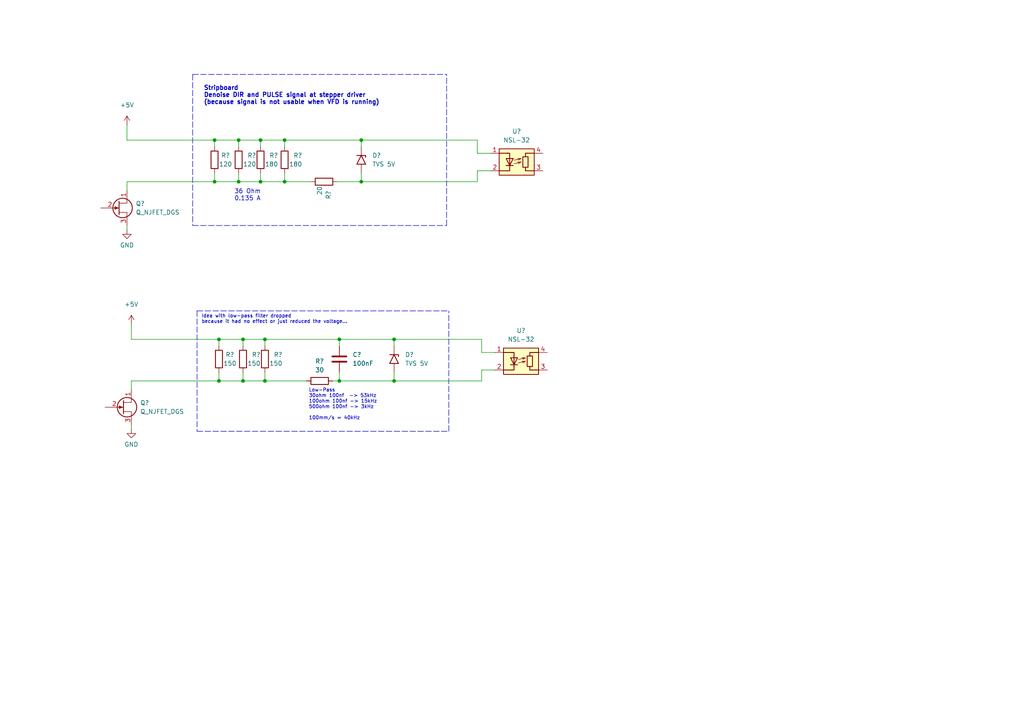
<source format=kicad_sch>
(kicad_sch (version 20211123) (generator eeschema)
  (paper "A4")
  (lib_symbols
    (symbol "Device:C" (pin_numbers hide) (pin_names (offset 0.254))
      (property "Reference" "C" (at 0.635 2.54 0))
      (property "Value" "C" (at 0.635 -2.54 0))
      (symbol "C_0_1"
        (polyline (pts (xy -2.032 -0.762) (xy 2.032 -0.762)) (stroke (width 0.508)))
        (polyline (pts (xy -2.032 0.762) (xy 2.032 0.762)) (stroke (width 0.508)))
      )
      (symbol "C_1_1"
        (pin passive line (at 0 3.81 270) (length 2.794) (name "~") (number "1"))
        (pin passive line (at 0 -3.81 90) (length 2.794) (name "~") (number "2"))
      )
    )
    (symbol "Device:Q_NJFET_DGS" (pin_names (offset 0) hide)
      (property "Reference" "Q" (at 5.08 1.27 0))
      (property "Value" "Q_NJFET_DGS" (at 5.08 -1.27 0))
      (symbol "Q_NJFET_DGS_0_1"
        (polyline (pts (xy 0.254 1.905) (xy 0.254 -1.905) (xy 0.254 -1.905)) (stroke (width 0.254)))
        (polyline (pts (xy 2.54 -2.54) (xy 2.54 -1.27) (xy 0.254 -1.27)))
        (polyline (pts (xy 2.54 2.54) (xy 2.54 1.397) (xy 0.254 1.397)))
        (polyline (pts (xy 0 0) (xy -1.016 0.381) (xy -1.016 -0.381) (xy 0 0)) (fill (type outline)))
        (circle (center 1.27 0) (radius 2.8194) (stroke (width 0.254)))
      )
      (symbol "Q_NJFET_DGS_1_1"
        (pin passive line (at 2.54 5.08 270) (length 2.54) (name "D") (number "1"))
        (pin input line (at -5.08 0 0) (length 5.334) (name "G") (number "2"))
        (pin passive line (at 2.54 -5.08 90) (length 2.54) (name "S") (number "3"))
      )
    )
    (symbol "Device:R" (pin_numbers hide) (pin_names (offset 0))
      (property "Reference" "R" (at 2.032 0 90))
      (property "Value" "R" (at 0 0 90))
      (symbol "R_0_1"
        (rectangle (start -1.016 -2.54) (end 1.016 2.54) (stroke (width 0.254)))
      )
      (symbol "R_1_1"
        (pin passive line (at 0 3.81 270) (length 1.27) (name "~") (number "1"))
        (pin passive line (at 0 -3.81 90) (length 1.27) (name "~") (number "2"))
      )
    )
    (symbol "Diode:1.5KExxA" (pin_numbers hide) (pin_names (offset 1.016) hide)
      (property "Reference" "D" (at 0 2.54 0))
      (property "Value" "1.5KExxA" (at 0 -2.54 0))
      (symbol "1.5KExxA_0_1"
        (polyline (pts (xy -0.762 1.27) (xy -1.27 1.27) (xy -1.27 -1.27)) (stroke (width 0.254)))
        (polyline (pts (xy 1.27 1.27) (xy 1.27 -1.27) (xy -1.27 0) (xy 1.27 1.27)) (stroke (width 0.254)))
      )
      (symbol "1.5KExxA_1_1"
        (pin passive line (at -3.81 0 0) (length 2.54) (name "A1") (number "1"))
        (pin passive line (at 3.81 0 180) (length 2.54) (name "A2") (number "2"))
      )
    )
    (symbol "GND_1" (power) (pin_names (offset 0))
      (property "Value" "GND_1" (at 0 -3.81 0))
      (symbol "GND_1_0_1"
        (polyline (pts (xy 0 0) (xy 0 -1.27) (xy 1.27 -1.27) (xy 0 -2.54) (xy -1.27 -1.27) (xy 0 -1.27)))
      )
      (symbol "GND_1_1_1"
        (pin power_in line (at 0 0 270) (length 0) hide (name "GND") (number "1"))
      )
    )
    (symbol "Isolator:NSL-32" (pin_names (offset 0.762) hide)
      (property "Reference" "U" (at 0 5.08 0))
      (property "Value" "NSL-32" (at 0 -5.08 0))
      (symbol "NSL-32_0_1"
        (rectangle (start -5.08 3.81) (end 5.08 -3.81) (stroke (width 0.254)) (fill (type background)))
        (polyline (pts (xy -5.08 2.54) (xy -2.54 2.54)) (stroke (width 0.254)))
        (polyline (pts (xy -2.794 -2.54) (xy -5.08 -2.54)) (stroke (width 0.254)))
        (polyline (pts (xy -1.016 -1.016) (xy -3.048 -1.016) (xy -3.048 -1.016)) (stroke (width 0.254)))
        (polyline (pts (xy -0.762 -0.508) (xy 1.27 0) (xy 1.27 0)))
        (polyline (pts (xy -0.762 0.508) (xy 1.27 1.016) (xy 1.27 1.016)))
        (polyline (pts (xy 2.54 -1.524) (xy 2.54 -2.54) (xy 5.08 -2.54)) (stroke (width 0.254)))
        (polyline (pts (xy 2.54 1.524) (xy 2.54 2.54) (xy 5.08 2.54)) (stroke (width 0.254)))
        (polyline (pts (xy -2.794 -2.54) (xy -2.032 -2.54) (xy -2.032 2.54) (xy -2.794 2.54)) (stroke (width 0.254)))
        (polyline (pts (xy 0.254 0) (xy 1.27 0) (xy 0.508 -0.508) (xy 0.508 -0.508)))
        (polyline (pts (xy 0.254 1.016) (xy 1.27 1.016) (xy 0.508 0.508) (xy 0.508 0.508)))
        (polyline (pts (xy -1.016 1.016) (xy -3.048 1.016) (xy -2.032 -1.016) (xy -1.016 1.016) (xy -1.016 1.016) (xy -1.016 1.016)) (stroke (width 0.254)))
        (rectangle (start 1.778 1.524) (end 3.302 -1.524) (stroke (width 0.254)))
      )
      (symbol "NSL-32_1_1"
        (pin passive line (at -7.62 2.54 0) (length 2.54) (name "A") (number "1"))
        (pin passive line (at -7.62 -2.54 0) (length 2.54) (name "K") (number "2"))
        (pin passive line (at 7.62 -2.54 180) (length 2.54) (name "R") (number "3"))
        (pin passive line (at 7.62 2.54 180) (length 2.54) (name "R") (number "4"))
      )
    )
    (symbol "power:+5V" (power) (pin_names (offset 0))
      (property "Value" "+5V" (at 0 3.556 0))
      (symbol "+5V_0_1"
        (polyline (pts (xy -0.762 1.27) (xy 0 2.54)))
        (polyline (pts (xy 0 0) (xy 0 2.54)))
        (polyline (pts (xy 0 2.54) (xy 0.762 1.27)))
      )
      (symbol "+5V_1_1"
        (pin power_in line (at 0 0 90) (length 0) hide (name "+5V") (number "1"))
      )
    )
  )
  (junction (at 98.425 110.49))
  (junction (at 114.3 110.49))
  (junction (at 63.5 98.425))
  (junction (at 63.5 110.49))
  (junction (at 75.565 40.64))
  (junction (at 62.23 40.64))
  (junction (at 82.55 52.705))
  (junction (at 114.3 98.425))
  (junction (at 76.835 110.49))
  (junction (at 70.485 98.425))
  (junction (at 69.215 52.705))
  (junction (at 98.425 98.425))
  (junction (at 104.775 52.705))
  (junction (at 76.835 98.425))
  (junction (at 104.775 40.64))
  (junction (at 75.565 52.705))
  (junction (at 69.215 40.64))
  (junction (at 62.23 52.705))
  (junction (at 70.485 110.49))
  (junction (at 82.55 40.64))
  (wire (pts (xy 63.5 107.95) (xy 63.5 110.49)))
  (wire (pts (xy 36.83 55.245) (xy 36.83 52.705)))
  (wire (pts (xy 96.52 110.49) (xy 98.425 110.49)))
  (wire (pts (xy 114.3 98.425) (xy 114.3 100.33)))
  (wire (pts (xy 138.43 44.45) (xy 138.43 40.64)))
  (wire (pts (xy 114.3 107.95) (xy 114.3 110.49)))
  (wire (pts (xy 76.835 107.95) (xy 76.835 110.49)))
  (wire (pts (xy 70.485 98.425) (xy 70.485 100.33)))
  (wire (pts (xy 62.23 40.64) (xy 69.215 40.64)))
  (wire (pts (xy 98.425 107.95) (xy 98.425 110.49)))
  (wire (pts (xy 104.775 50.165) (xy 104.775 52.705)))
  (wire (pts (xy 114.3 98.425) (xy 139.7 98.425)))
  (wire (pts (xy 76.835 110.49) (xy 88.9 110.49)))
  (wire (pts (xy 104.775 40.64) (xy 104.775 42.545)))
  (wire (pts (xy 139.7 107.315) (xy 143.51 107.315)))
  (wire (pts (xy 70.485 107.95) (xy 70.485 110.49)))
  (wire (pts (xy 75.565 40.64) (xy 75.565 42.545)))
  (wire (pts (xy 139.7 110.49) (xy 139.7 107.315)))
  (wire (pts (xy 76.835 98.425) (xy 76.835 100.33)))
  (polyline (pts (xy 57.15 90.17) (xy 57.15 125.095)))
  (polyline (pts (xy 55.88 21.59) (xy 55.88 65.405)))
  (wire (pts (xy 38.1 110.49) (xy 63.5 110.49)))
  (wire (pts (xy 82.55 52.705) (xy 90.17 52.705)))
  (wire (pts (xy 36.83 40.64) (xy 36.83 36.195)))
  (polyline (pts (xy 57.15 90.17) (xy 130.175 90.17)))
  (wire (pts (xy 62.23 40.64) (xy 62.23 42.545)))
  (wire (pts (xy 69.215 40.64) (xy 75.565 40.64)))
  (wire (pts (xy 98.425 110.49) (xy 114.3 110.49)))
  (wire (pts (xy 62.23 50.165) (xy 62.23 52.705)))
  (wire (pts (xy 36.83 40.64) (xy 62.23 40.64)))
  (wire (pts (xy 38.1 113.03) (xy 38.1 110.49)))
  (wire (pts (xy 62.23 52.705) (xy 69.215 52.705)))
  (wire (pts (xy 75.565 52.705) (xy 82.55 52.705)))
  (wire (pts (xy 36.83 52.705) (xy 62.23 52.705)))
  (wire (pts (xy 114.3 110.49) (xy 139.7 110.49)))
  (wire (pts (xy 63.5 98.425) (xy 63.5 100.33)))
  (wire (pts (xy 36.83 65.405) (xy 36.83 66.675)))
  (wire (pts (xy 143.51 102.235) (xy 139.7 102.235)))
  (wire (pts (xy 70.485 110.49) (xy 76.835 110.49)))
  (polyline (pts (xy 130.175 125.095) (xy 130.175 90.17)))
  (wire (pts (xy 38.1 123.19) (xy 38.1 124.46)))
  (wire (pts (xy 138.43 49.53) (xy 142.24 49.53)))
  (polyline (pts (xy 55.88 65.405) (xy 129.54 65.405)))
  (wire (pts (xy 38.1 98.425) (xy 38.1 93.98)))
  (wire (pts (xy 98.425 98.425) (xy 98.425 100.33)))
  (wire (pts (xy 82.55 40.64) (xy 104.775 40.64)))
  (wire (pts (xy 104.775 52.705) (xy 138.43 52.705)))
  (wire (pts (xy 38.1 98.425) (xy 63.5 98.425)))
  (polyline (pts (xy 129.54 65.405) (xy 129.54 21.59)))
  (polyline (pts (xy 57.15 125.095) (xy 130.175 125.095)))
  (wire (pts (xy 69.215 52.705) (xy 75.565 52.705)))
  (wire (pts (xy 70.485 98.425) (xy 76.835 98.425)))
  (wire (pts (xy 75.565 40.64) (xy 82.55 40.64)))
  (wire (pts (xy 69.215 50.165) (xy 69.215 52.705)))
  (wire (pts (xy 97.79 52.705) (xy 104.775 52.705)))
  (wire (pts (xy 98.425 98.425) (xy 114.3 98.425)))
  (wire (pts (xy 82.55 40.64) (xy 82.55 42.545)))
  (wire (pts (xy 82.55 50.165) (xy 82.55 52.705)))
  (polyline (pts (xy 55.88 21.59) (xy 129.54 21.59)))
  (wire (pts (xy 69.215 40.64) (xy 69.215 42.545)))
  (wire (pts (xy 76.835 98.425) (xy 98.425 98.425)))
  (wire (pts (xy 138.43 52.705) (xy 138.43 49.53)))
  (wire (pts (xy 104.775 40.64) (xy 138.43 40.64)))
  (wire (pts (xy 142.24 44.45) (xy 138.43 44.45)))
  (wire (pts (xy 139.7 102.235) (xy 139.7 98.425)))
  (wire (pts (xy 75.565 50.165) (xy 75.565 52.705)))
  (wire (pts (xy 63.5 110.49) (xy 70.485 110.49)))
  (wire (pts (xy 63.5 98.425) (xy 70.485 98.425)))
  (text "Low-Pass \n30ohm 100nf  -> 53kHz\n100ohm 100nf -> 15kHz\n500ohm 100nf -> 3kHz\n\n100mm/s = 40kHz" (at 89.535 121.92 0) (effects (font (size 1 1)) (justify left bottom)))
  (text "36 Ohm\n0.135 A" (at 67.945 58.42 0) (effects (font (size 1.27 1.27)) (justify left bottom)))
  (text "Idea with low-pass filter dropped\nbecause it had no effect or just reduced the voltage..." (at 58.42 93.98 0) (effects (font (size 1 1)) (justify left bottom)))
  (text "Stripboard\nDenoise DIR and PULSE signal at stepper driver\n(because signal is not usable when VFD is running)" (at 59.055 30.48 0) (effects (font (size 1.27 1.27) (thickness 0.254) bold) (justify left bottom)))
  (symbol (lib_id "Device:R") (at 82.55 46.355 0) (unit 1)
    (property "Reference" "R?" (at 85.09 45.0849 0) (effects (justify left)))
    (property "Value" "180" (at 83.82 47.625 0) (effects (justify left)))
  )
  (symbol (lib_id "Device:R") (at 70.485 104.14 0) (unit 1)
    (property "Reference" "R?" (at 73.025 102.8699 0) (effects (justify left)))
    (property "Value" "150" (at 71.755 105.41 0) (effects (justify left)))
  )
  (symbol (lib_id "power:+5V") (at 38.1 93.98 0) (unit 1)
    (property "Reference" "#PWR?" (effects hide))
    (property "Value" "+5V" (at 38.1 88.265 0))
  )
  (symbol (lib_id "Diode:1.5KExxA") (at 104.775 46.355 270) (unit 1)
    (property "Reference" "D?" (at 107.95 45.0849 90) (effects (justify left)))
    (property "Value" "TVS 5V" (at 107.95 47.6249 90) (effects (justify left)))
    (property "Footprint" "Diode_THT:D_DO-201AE_P15.24mm_Horizontal" (effects hide))
    (property "Datasheet" "https://www.vishay.com/docs/88301/15ke.pdf" (effects hide))
  )
  (symbol (lib_id "Device:R") (at 69.215 46.355 0) (unit 1)
    (property "Reference" "R?" (at 71.755 45.0849 0) (effects (justify left)))
    (property "Value" "120" (at 70.485 47.625 0) (effects (justify left)))
  )
  (symbol (lib_name "GND_1") (lib_id "power:GND") (at 38.1 124.46 0) (unit 1)
    (property "Reference" "#PWR?" (effects hide))
    (property "Value" "GND" (at 38.1 128.905 0))
  )
  (symbol (lib_id "Device:R") (at 63.5 104.14 0) (unit 1)
    (property "Reference" "R?" (at 65.405 102.8699 0) (effects (justify left)))
    (property "Value" "150" (at 64.77 105.41 0) (effects (justify left)))
  )
  (symbol (lib_id "Device:R") (at 93.98 52.705 270) (unit 1)
    (property "Reference" "R?" (at 95.2501 55.245 0) (effects (justify left)))
    (property "Value" "20" (at 92.71 53.975 0) (effects (justify left)))
  )
  (symbol (lib_id "Isolator:NSL-32") (at 151.13 104.775 0) (unit 1)
    (property "Reference" "U?" (at 151.13 95.885 0))
    (property "Value" "NSL-32" (at 151.13 98.425 0))
    (property "Footprint" "OptoDevice:Luna_NSL-32" (effects hide))
    (property "Datasheet" "http://lunainc.com/wp-content/uploads/2016/06/NSL-32.pdf" (effects hide))
  )
  (symbol (lib_id "Device:R") (at 76.835 104.14 0) (unit 1)
    (property "Reference" "R?" (at 79.375 102.8699 0) (effects (justify left)))
    (property "Value" "150" (at 78.105 105.41 0) (effects (justify left)))
  )
  (symbol (lib_id "Diode:1.5KExxA") (at 114.3 104.14 270) (unit 1)
    (property "Reference" "D?" (at 117.475 102.8699 90) (effects (justify left)))
    (property "Value" "TVS 5V" (at 117.475 105.4099 90) (effects (justify left)))
    (property "Footprint" "Diode_THT:D_DO-201AE_P15.24mm_Horizontal" (effects hide))
    (property "Datasheet" "https://www.vishay.com/docs/88301/15ke.pdf" (effects hide))
  )
  (symbol (lib_id "Device:Q_NJFET_DGS") (at 35.56 118.11 0) (unit 1)
    (property "Reference" "Q?" (at 40.64 116.8399 0) (effects (justify left)))
    (property "Value" "Q_NJFET_DGS" (at 40.64 119.3799 0) (effects (justify left)))
  )
  (symbol (lib_id "power:+5V") (at 36.83 36.195 0) (unit 1)
    (property "Reference" "#PWR?" (effects hide))
    (property "Value" "+5V" (at 36.83 30.48 0))
  )
  (symbol (lib_id "Device:R") (at 75.565 46.355 0) (unit 1)
    (property "Reference" "R?" (at 78.105 45.0849 0) (effects (justify left)))
    (property "Value" "180" (at 76.835 47.625 0) (effects (justify left)))
  )
  (symbol (lib_id "Device:C") (at 98.425 104.14 0) (unit 1)
    (property "Reference" "C?" (at 102.235 102.8699 0) (effects (justify left)))
    (property "Value" "100nF" (at 102.235 105.4099 0) (effects (justify left)))
  )
  (symbol (lib_id "Device:R") (at 92.71 110.49 90) (unit 1)
    (property "Reference" "R?" (at 92.71 104.775 90))
    (property "Value" "30" (at 92.71 107.315 90))
  )
  (symbol (lib_id "Device:R") (at 62.23 46.355 0) (unit 1)
    (property "Reference" "R?" (at 64.135 45.0849 0) (effects (justify left)))
    (property "Value" "120" (at 63.5 47.625 0) (effects (justify left)))
  )
  (symbol (lib_id "Isolator:NSL-32") (at 149.86 46.99 0) (unit 1)
    (property "Reference" "U?" (at 149.86 38.1 0))
    (property "Value" "NSL-32" (at 149.86 40.64 0))
    (property "Footprint" "OptoDevice:Luna_NSL-32" (effects hide))
    (property "Datasheet" "http://lunainc.com/wp-content/uploads/2016/06/NSL-32.pdf" (effects hide))
  )
  (symbol (lib_name "GND_1") (lib_id "power:GND") (at 36.83 66.675 0) (unit 1)
    (property "Reference" "#PWR?" (effects hide))
    (property "Value" "GND" (at 36.83 71.12 0))
  )
  (symbol (lib_id "Device:Q_NJFET_DGS") (at 34.29 60.325 0) (unit 1)
    (property "Reference" "Q?" (at 39.37 59.0549 0) (effects (justify left)))
    (property "Value" "Q_NJFET_DGS" (at 39.37 61.5949 0) (effects (justify left)))
  )
)
</source>
